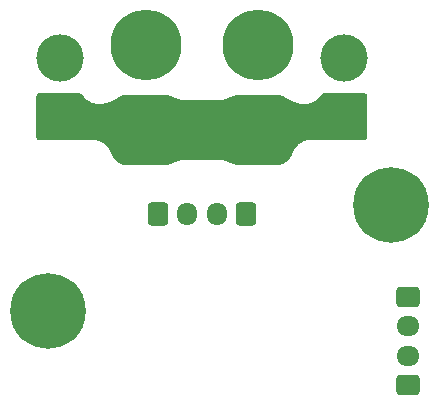
<source format=gbr>
%TF.GenerationSoftware,KiCad,Pcbnew,8.0.3*%
%TF.CreationDate,2024-06-18T01:58:16+08:00*%
%TF.ProjectId,power,706f7765-722e-46b6-9963-61645f706362,1.1.0*%
%TF.SameCoordinates,Original*%
%TF.FileFunction,Soldermask,Top*%
%TF.FilePolarity,Negative*%
%FSLAX46Y46*%
G04 Gerber Fmt 4.6, Leading zero omitted, Abs format (unit mm)*
G04 Created by KiCad (PCBNEW 8.0.3) date 2024-06-18 01:58:16*
%MOMM*%
%LPD*%
G01*
G04 APERTURE LIST*
G04 Aperture macros list*
%AMRoundRect*
0 Rectangle with rounded corners*
0 $1 Rounding radius*
0 $2 $3 $4 $5 $6 $7 $8 $9 X,Y pos of 4 corners*
0 Add a 4 corners polygon primitive as box body*
4,1,4,$2,$3,$4,$5,$6,$7,$8,$9,$2,$3,0*
0 Add four circle primitives for the rounded corners*
1,1,$1+$1,$2,$3*
1,1,$1+$1,$4,$5*
1,1,$1+$1,$6,$7*
1,1,$1+$1,$8,$9*
0 Add four rect primitives between the rounded corners*
20,1,$1+$1,$2,$3,$4,$5,0*
20,1,$1+$1,$4,$5,$6,$7,0*
20,1,$1+$1,$6,$7,$8,$9,0*
20,1,$1+$1,$8,$9,$2,$3,0*%
G04 Aperture macros list end*
%ADD10C,0.000000*%
%ADD11C,0.800000*%
%ADD12C,6.400000*%
%ADD13RoundRect,1.500000X1.500000X-1.500000X1.500000X1.500000X-1.500000X1.500000X-1.500000X-1.500000X0*%
%ADD14C,6.000000*%
%ADD15RoundRect,0.250000X-0.725000X0.600000X-0.725000X-0.600000X0.725000X-0.600000X0.725000X0.600000X0*%
%ADD16O,1.950000X1.700000*%
%ADD17RoundRect,0.250000X1.650000X-1.650000X1.650000X1.650000X-1.650000X1.650000X-1.650000X-1.650000X0*%
%ADD18C,4.000000*%
%ADD19RoundRect,0.250000X0.600000X0.725000X-0.600000X0.725000X-0.600000X-0.725000X0.600000X-0.725000X0*%
%ADD20O,1.700000X1.950000*%
G04 APERTURE END LIST*
D10*
G36*
X110750000Y-148508839D02*
G01*
X110750000Y-148508839D01*
G75*
G02*
X111000000Y-148758800I100J-249861D01*
G01*
X111000000Y-152258839D01*
G75*
G02*
X110750000Y-152508839I-249900J-61D01*
G01*
X107511500Y-152508839D01*
X107511500Y-152508831D01*
G75*
G02*
X107020267Y-152468357I-100J3000231D01*
G01*
X107020267Y-152468357D01*
G75*
G03*
X106069303Y-152463319I-491167J-2959543D01*
G01*
X106048898Y-152466484D01*
G75*
G03*
X104663155Y-153623980I268202J-1729316D01*
G01*
X104663155Y-153623980D01*
G75*
G02*
X103245500Y-154633839I-1417555J489980D01*
G01*
X100245500Y-154633839D01*
G75*
G02*
X99558310Y-154467172I0J1500039D01*
G01*
X99558310Y-154467172D01*
G75*
G03*
X98183942Y-154133839I-1374410J-2667028D01*
G01*
X97000000Y-154133839D01*
X95816100Y-154133839D01*
X95816058Y-149133839D01*
X97000000Y-149133839D01*
X98183900Y-149133839D01*
G75*
G03*
X99558310Y-148800505I0J3000339D01*
G01*
X99558310Y-148800505D01*
G75*
G02*
X100245500Y-148633839I687190J-1333395D01*
G01*
X103249372Y-148633839D01*
G75*
G02*
X104112626Y-148909876I-3872J-1499961D01*
G01*
X104112626Y-148909876D01*
G75*
G03*
X105411350Y-149430168I1734374J2448076D01*
G01*
X105411350Y-149430168D01*
G75*
G03*
X107149339Y-148626322I254050J1731468D01*
G01*
X107149339Y-148626322D01*
G75*
G02*
X107361300Y-148508839I211961J-132478D01*
G01*
X110750000Y-148508839D01*
G37*
G36*
X86638672Y-148508839D02*
G01*
X86638672Y-148508839D01*
G75*
G02*
X86850661Y-148626322I28J-249961D01*
G01*
X86850661Y-148626322D01*
G75*
G03*
X88588650Y-149430168I1483939J927622D01*
G01*
X88588650Y-149430168D01*
G75*
G03*
X89887374Y-148909876I-435450J2967968D01*
G01*
X89887374Y-148909876D01*
G75*
G02*
X90754500Y-148633839I867226J-1224124D01*
G01*
X93747152Y-148633839D01*
G75*
G02*
X94441690Y-148800505I7248J-1500361D01*
G01*
X94441690Y-148800505D01*
G75*
G03*
X95816058Y-149133839I1374410J2666905D01*
G01*
X95816100Y-154133839D01*
G75*
G03*
X94441690Y-154467172I100J-3000661D01*
G01*
X94441690Y-154467172D01*
G75*
G02*
X93754500Y-154633839I-687190J1333372D01*
G01*
X90754600Y-154633839D01*
X90754600Y-154633834D01*
G75*
G02*
X89336845Y-153623980I100J1500234D01*
G01*
X89336845Y-153623980D01*
G75*
G03*
X87957767Y-152467518I-1653945J-571820D01*
G01*
X87930739Y-152463325D01*
G75*
G03*
X86979733Y-152468357I-459839J-2964675D01*
G01*
X86979733Y-152468357D01*
G75*
G02*
X86488600Y-152508839I-490933J2957057D01*
G01*
X83255577Y-152508839D01*
G75*
G02*
X83000000Y-152258700I-5377J250139D01*
G01*
X83000000Y-148764423D01*
G75*
G02*
X83250100Y-148508839I250100J5423D01*
G01*
X86638672Y-148508839D01*
G37*
D11*
%TO.C,H3*%
X81600000Y-167000000D03*
X82302944Y-165302944D03*
X82302944Y-168697056D03*
X84000000Y-164600000D03*
D12*
X84000000Y-167000000D03*
D11*
X84000000Y-169400000D03*
X85697056Y-165302944D03*
X85697056Y-168697056D03*
X86400000Y-167000000D03*
%TD*%
D13*
%TO.C,J2*%
X101745495Y-151633839D03*
D14*
X101745495Y-144433839D03*
%TD*%
D11*
%TO.C,H4*%
X110600000Y-158000000D03*
X111302944Y-156302944D03*
X111302944Y-159697056D03*
X113000000Y-155600000D03*
D12*
X113000000Y-158000000D03*
D11*
X113000000Y-160400000D03*
X114697056Y-156302944D03*
X114697056Y-159697056D03*
X115400000Y-158000000D03*
%TD*%
D13*
%TO.C,J1*%
X92245495Y-151633839D03*
D14*
X92245495Y-144433839D03*
%TD*%
D15*
%TO.C,J5*%
X114500000Y-165750000D03*
D16*
X114500000Y-168250000D03*
X114500000Y-170750000D03*
D15*
X114500000Y-173250000D03*
%TD*%
D17*
%TO.C,J3*%
X85000000Y-150508839D03*
D18*
X85000000Y-145508839D03*
%TD*%
D19*
%TO.C,J6*%
X100750000Y-158750000D03*
D20*
X98250000Y-158750000D03*
X95750000Y-158750000D03*
D19*
X93250000Y-158750000D03*
%TD*%
D17*
%TO.C,J4*%
X109000000Y-150508839D03*
D18*
X109000000Y-145508839D03*
%TD*%
M02*

</source>
